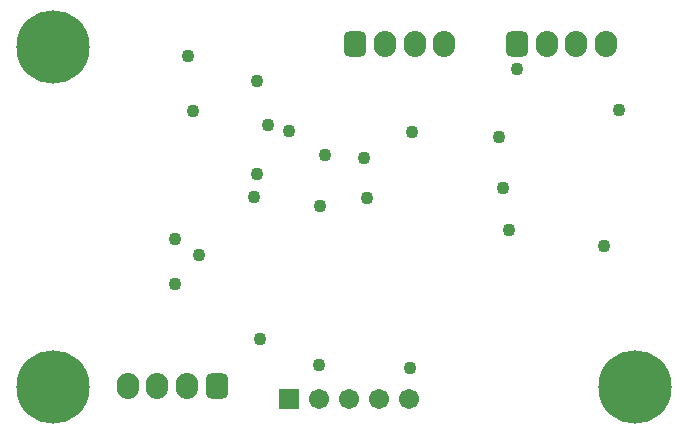
<source format=gbs>
G04*
G04 #@! TF.GenerationSoftware,Altium Limited,Altium Designer,20.2.3 (150)*
G04*
G04 Layer_Color=16711935*
%FSLAX25Y25*%
%MOIN*%
G70*
G04*
G04 #@! TF.SameCoordinates,FEE7AC8F-F901-45B1-A19B-458FA38B073B*
G04*
G04*
G04 #@! TF.FilePolarity,Negative*
G04*
G01*
G75*
%ADD42O,0.07493X0.08674*%
G04:AMPARAMS|DCode=43|XSize=74.93mil|YSize=86.74mil|CornerRadius=20.73mil|HoleSize=0mil|Usage=FLASHONLY|Rotation=0.000|XOffset=0mil|YOffset=0mil|HoleType=Round|Shape=RoundedRectangle|*
%AMROUNDEDRECTD43*
21,1,0.07493,0.04528,0,0,0.0*
21,1,0.03347,0.08674,0,0,0.0*
1,1,0.04146,0.01673,-0.02264*
1,1,0.04146,-0.01673,-0.02264*
1,1,0.04146,-0.01673,0.02264*
1,1,0.04146,0.01673,0.02264*
%
%ADD43ROUNDEDRECTD43*%
%ADD44C,0.06706*%
%ADD45R,0.06706X0.06706*%
%ADD46C,0.24422*%
%ADD47C,0.04343*%
D42*
X482185Y357000D02*
D03*
X472342D02*
D03*
X462500D02*
D03*
X428342D02*
D03*
X418500D02*
D03*
X408658D02*
D03*
X342657Y243000D02*
D03*
X332815D02*
D03*
X322972D02*
D03*
D43*
X452658Y357000D02*
D03*
X398815D02*
D03*
X352500Y243000D02*
D03*
D44*
X416500Y238500D02*
D03*
X406500D02*
D03*
X396500D02*
D03*
X386500D02*
D03*
D45*
X376500D02*
D03*
D46*
X492000Y242500D02*
D03*
X298000Y356000D02*
D03*
X297991Y242507D02*
D03*
D47*
X417500Y327500D02*
D03*
X386500Y250000D02*
D03*
X367000Y258500D02*
D03*
X366000Y344500D02*
D03*
X344500Y334500D02*
D03*
X369500Y329728D02*
D03*
X376500Y328000D02*
D03*
X402500Y305500D02*
D03*
X387000Y303000D02*
D03*
X401500Y319000D02*
D03*
X388500Y320000D02*
D03*
X346500Y286411D02*
D03*
X417000Y249000D02*
D03*
X448000Y309000D02*
D03*
X486500Y335000D02*
D03*
X446500Y326000D02*
D03*
X343000Y353000D02*
D03*
X481500Y289500D02*
D03*
X450000Y295000D02*
D03*
X365000Y306000D02*
D03*
X366000Y313500D02*
D03*
X338500Y277000D02*
D03*
Y292000D02*
D03*
X452500Y348500D02*
D03*
M02*

</source>
